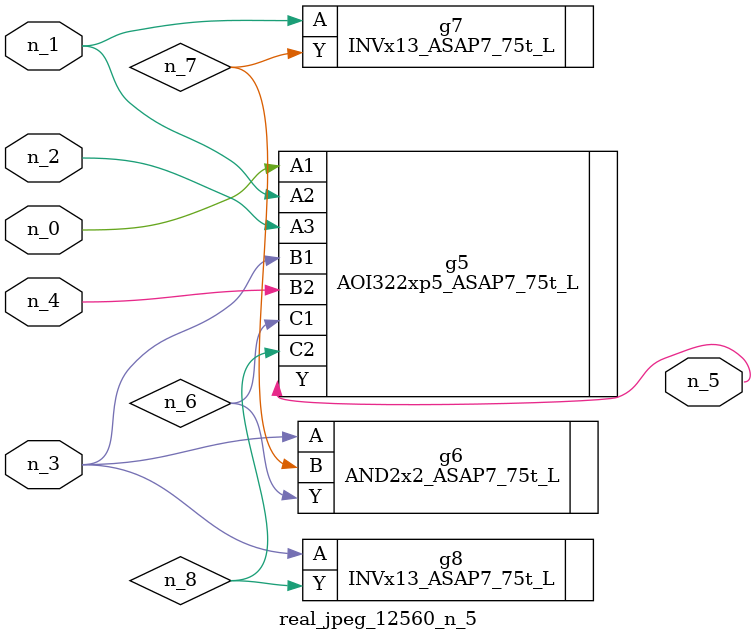
<source format=v>
module real_jpeg_12560_n_5 (n_4, n_0, n_1, n_2, n_3, n_5);

input n_4;
input n_0;
input n_1;
input n_2;
input n_3;

output n_5;

wire n_8;
wire n_6;
wire n_7;

AOI322xp5_ASAP7_75t_L g5 ( 
.A1(n_0),
.A2(n_1),
.A3(n_2),
.B1(n_3),
.B2(n_4),
.C1(n_6),
.C2(n_8),
.Y(n_5)
);

INVx13_ASAP7_75t_L g7 ( 
.A(n_1),
.Y(n_7)
);

AND2x2_ASAP7_75t_L g6 ( 
.A(n_3),
.B(n_7),
.Y(n_6)
);

INVx13_ASAP7_75t_L g8 ( 
.A(n_3),
.Y(n_8)
);


endmodule
</source>
